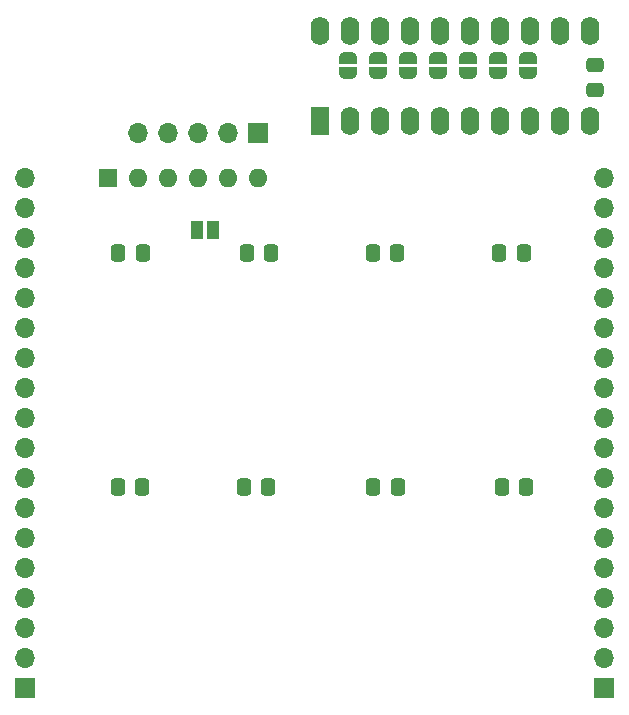
<source format=gbr>
%TF.GenerationSoftware,KiCad,Pcbnew,(6.0.1)*%
%TF.CreationDate,2022-01-30T19:22:40-07:00*%
%TF.ProjectId,Bondwell1MB,426f6e64-7765-46c6-9c31-4d422e6b6963,rev?*%
%TF.SameCoordinates,Original*%
%TF.FileFunction,Soldermask,Bot*%
%TF.FilePolarity,Negative*%
%FSLAX46Y46*%
G04 Gerber Fmt 4.6, Leading zero omitted, Abs format (unit mm)*
G04 Created by KiCad (PCBNEW (6.0.1)) date 2022-01-30 19:22:40*
%MOMM*%
%LPD*%
G01*
G04 APERTURE LIST*
G04 Aperture macros list*
%AMRoundRect*
0 Rectangle with rounded corners*
0 $1 Rounding radius*
0 $2 $3 $4 $5 $6 $7 $8 $9 X,Y pos of 4 corners*
0 Add a 4 corners polygon primitive as box body*
4,1,4,$2,$3,$4,$5,$6,$7,$8,$9,$2,$3,0*
0 Add four circle primitives for the rounded corners*
1,1,$1+$1,$2,$3*
1,1,$1+$1,$4,$5*
1,1,$1+$1,$6,$7*
1,1,$1+$1,$8,$9*
0 Add four rect primitives between the rounded corners*
20,1,$1+$1,$2,$3,$4,$5,0*
20,1,$1+$1,$4,$5,$6,$7,0*
20,1,$1+$1,$6,$7,$8,$9,0*
20,1,$1+$1,$8,$9,$2,$3,0*%
%AMFreePoly0*
4,1,22,0.500000,-0.750000,0.000000,-0.750000,0.000000,-0.745033,-0.079941,-0.743568,-0.215256,-0.701293,-0.333266,-0.622738,-0.424486,-0.514219,-0.481581,-0.384460,-0.499164,-0.250000,-0.500000,-0.250000,-0.500000,0.250000,-0.499164,0.250000,-0.499963,0.256109,-0.478152,0.396186,-0.417904,0.524511,-0.324060,0.630769,-0.204165,0.706417,-0.067858,0.745374,0.000000,0.744959,0.000000,0.750000,
0.500000,0.750000,0.500000,-0.750000,0.500000,-0.750000,$1*%
%AMFreePoly1*
4,1,20,0.000000,0.744959,0.073905,0.744508,0.209726,0.703889,0.328688,0.626782,0.421226,0.519385,0.479903,0.390333,0.500000,0.250000,0.500000,-0.250000,0.499851,-0.262216,0.476331,-0.402017,0.414519,-0.529596,0.319384,-0.634700,0.198574,-0.708877,0.061801,-0.746166,0.000000,-0.745033,0.000000,-0.750000,-0.500000,-0.750000,-0.500000,0.750000,0.000000,0.750000,0.000000,0.744959,
0.000000,0.744959,$1*%
G04 Aperture macros list end*
%ADD10FreePoly0,270.000000*%
%ADD11FreePoly1,270.000000*%
%ADD12O,1.600000X2.400000*%
%ADD13R,1.600000X2.400000*%
%ADD14R,1.700000X1.700000*%
%ADD15O,1.700000X1.700000*%
%ADD16R,1.600000X1.600000*%
%ADD17O,1.600000X1.600000*%
%ADD18RoundRect,0.250000X0.475000X-0.337500X0.475000X0.337500X-0.475000X0.337500X-0.475000X-0.337500X0*%
%ADD19RoundRect,0.250000X-0.337500X-0.475000X0.337500X-0.475000X0.337500X0.475000X-0.337500X0.475000X0*%
%ADD20R,1.000000X1.500000*%
G04 APERTURE END LIST*
D10*
%TO.C,15*%
X116205000Y-73660000D03*
D11*
X116205000Y-74960000D03*
%TD*%
D10*
%TO.C,12*%
X108585000Y-73660000D03*
D11*
X108585000Y-74960000D03*
%TD*%
D10*
%TO.C,13*%
X111125000Y-73660000D03*
D11*
X111125000Y-74960000D03*
%TD*%
D10*
%TO.C,10*%
X103505000Y-73660000D03*
D11*
X103505000Y-74960000D03*
%TD*%
D10*
%TO.C,9*%
X100965000Y-73645000D03*
D11*
X100965000Y-74945000D03*
%TD*%
D10*
%TO.C,14*%
X113665000Y-73660000D03*
D11*
X113665000Y-74960000D03*
%TD*%
D10*
%TO.C,11*%
X106045000Y-73660000D03*
D11*
X106045000Y-74960000D03*
%TD*%
D12*
%TO.C,U5*%
X98660000Y-71380000D03*
X101200000Y-71380000D03*
X103740000Y-71380000D03*
X106280000Y-71380000D03*
X108820000Y-71380000D03*
X111360000Y-71380000D03*
X113900000Y-71380000D03*
X116440000Y-71380000D03*
X118980000Y-71380000D03*
X121520000Y-71380000D03*
X121520000Y-79000000D03*
X118980000Y-79000000D03*
X116440000Y-79000000D03*
X113900000Y-79000000D03*
X111360000Y-79000000D03*
X108820000Y-79000000D03*
X106280000Y-79000000D03*
X103740000Y-79000000D03*
X101200000Y-79000000D03*
D13*
X98660000Y-79000000D03*
%TD*%
D14*
%TO.C,J5*%
X122660000Y-127000000D03*
D15*
X122660000Y-124460000D03*
X122660000Y-121920000D03*
X122660000Y-119380000D03*
X122660000Y-116840000D03*
X122660000Y-114300000D03*
X122660000Y-111760000D03*
X122660000Y-109220000D03*
X122660000Y-106680000D03*
X122660000Y-104140000D03*
X122660000Y-101600000D03*
X122660000Y-99060000D03*
X122660000Y-96520000D03*
X122660000Y-93980000D03*
X122660000Y-91440000D03*
X122660000Y-88900000D03*
X122660000Y-86360000D03*
X122660000Y-83820000D03*
%TD*%
D16*
%TO.C,RN1*%
X80645000Y-83820000D03*
D17*
X83185000Y-83820000D03*
X85725000Y-83820000D03*
X88265000Y-83820000D03*
X90805000Y-83820000D03*
X93345000Y-83820000D03*
%TD*%
D14*
%TO.C,J1*%
X93345000Y-80010000D03*
D15*
X90805000Y-80010000D03*
X88265000Y-80010000D03*
X85725000Y-80010000D03*
X83185000Y-80010000D03*
%TD*%
D14*
%TO.C,J6*%
X73660000Y-127000000D03*
D15*
X73660000Y-124460000D03*
X73660000Y-121920000D03*
X73660000Y-119380000D03*
X73660000Y-116840000D03*
X73660000Y-114300000D03*
X73660000Y-111760000D03*
X73660000Y-109220000D03*
X73660000Y-106680000D03*
X73660000Y-104140000D03*
X73660000Y-101600000D03*
X73660000Y-99060000D03*
X73660000Y-96520000D03*
X73660000Y-93980000D03*
X73660000Y-91440000D03*
X73660000Y-88900000D03*
X73660000Y-86360000D03*
X73660000Y-83820000D03*
%TD*%
D18*
%TO.C,C1*%
X121920000Y-76370000D03*
X121920000Y-74295000D03*
%TD*%
D19*
%TO.C,C2*%
X81534000Y-90170000D03*
X83609000Y-90170000D03*
%TD*%
%TO.C,C3*%
X103081000Y-90170000D03*
X105156000Y-90170000D03*
%TD*%
%TO.C,C8*%
X92180500Y-109982000D03*
X94255500Y-109982000D03*
%TD*%
D20*
%TO.C,JR1*%
X89550000Y-88265000D03*
X88250000Y-88265000D03*
%TD*%
D19*
%TO.C,C7*%
X113792000Y-90170000D03*
X115867000Y-90170000D03*
%TD*%
%TO.C,C4*%
X81491000Y-109982000D03*
X83566000Y-109982000D03*
%TD*%
%TO.C,C5*%
X103124000Y-109982000D03*
X105199000Y-109982000D03*
%TD*%
%TO.C,C9*%
X114024500Y-109982000D03*
X116099500Y-109982000D03*
%TD*%
%TO.C,C6*%
X92413000Y-90170000D03*
X94488000Y-90170000D03*
%TD*%
M02*

</source>
